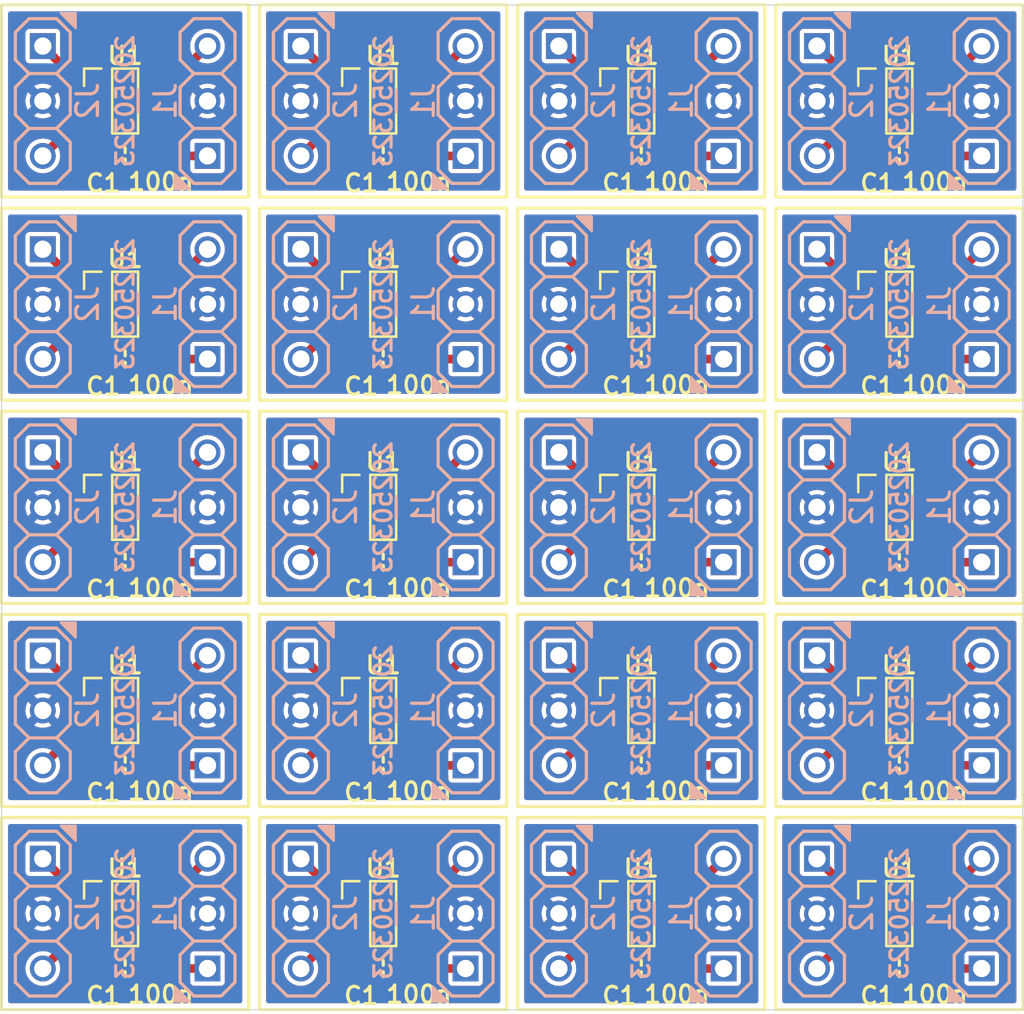
<source format=kicad_pcb>
(kicad_pcb (version 20240108) (generator "pcbnew") (generator_version "8.0")
  (layers (0 "F.Cu" mixed) (31 "B.Cu" mixed) (34 "B.Paste" user) (35 "F.Paste" user) (36 "B.SilkS" user "B.Silkscreen") (37 "F.SilkS" user "F.Silkscreen") (38 "B.Mask" user) (39 "F.Mask" user) (44 "Edge.Cuts" user))
  (net 0 "")
  (net 1 "Net-(J1-Pin_1)")
  (net 2 "GND")
  (net 3 "Net-(J1-Pin_3)")
  (net 4 "Net-(J2-Pin_3)")
  (net 5 "Net-(J2-Pin_1)")
  (footprint "SquantorCapacitor:C_0603" (layer "F.Cu") (at 140.716 75.438)
    (property "Reference" "C1")
    (property "Value" "100n")
  )
  (footprint "SquantorCapacitor:C_0603" (layer "F.Cu") (at 128.778 75.438)
    (property "Reference" "C1")
    (property "Value" "100n")
  )
  (footprint "SquantorIC:SOT25-diodesinc" (layer "F.Cu") (at 128.778 91.694)
    (property "Reference" "U1")
    (property "Value" "~")
  )
  (footprint "SquantorCapacitor:C_0603" (layer "F.Cu") (at 116.84 66.04)
    (property "Reference" "C1")
    (property "Value" "100n")
  )
  (footprint "SquantorIC:SOT25-diodesinc" (layer "F.Cu") (at 140.716 63.5)
    (property "Reference" "U1")
    (property "Value" "~")
  )
  (footprint "SquantorIC:SOT25-diodesinc" (layer "F.Cu") (at 128.778 82.296)
    (property "Reference" "U1")
    (property "Value" "~")
  )
  (footprint "SquantorCapacitor:C_0603" (layer "F.Cu") (at 128.778 66.04)
    (property "Reference" "C1")
    (property "Value" "100n")
  )
  (footprint "SquantorIC:SOT25-diodesinc" (layer "F.Cu") (at 140.716 72.898)
    (property "Reference" "U1")
    (property "Value" "~")
  )
  (footprint "SquantorIC:SOT25-diodesinc" (layer "F.Cu") (at 152.654 63.5)
    (property "Reference" "U1")
    (property "Value" "~")
  )
  (footprint "SquantorCapacitor:C_0603" (layer "F.Cu") (at 140.716 66.04)
    (property "Reference" "C1")
    (property "Value" "100n")
  )
  (footprint "SquantorIC:SOT25-diodesinc" (layer "F.Cu") (at 128.778 72.898)
    (property "Reference" "U1")
    (property "Value" "~")
  )
  (footprint "SquantorCapacitor:C_0603" (layer "F.Cu") (at 116.84 103.632)
    (property "Reference" "C1")
    (property "Value" "100n")
  )
  (footprint "SquantorCapacitor:C_0603" (layer "F.Cu") (at 152.654 103.632)
    (property "Reference" "C1")
    (property "Value" "100n")
  )
  (footprint "SquantorIC:SOT25-diodesinc" (layer "F.Cu") (at 140.716 91.694)
    (property "Reference" "U1")
    (property "Value" "~")
  )
  (footprint "SquantorIC:SOT25-diodesinc" (layer "F.Cu") (at 152.654 101.092)
    (property "Reference" "U1")
    (property "Value" "~")
  )
  (footprint "SquantorIC:SOT25-diodesinc" (layer "F.Cu") (at 128.778 101.092)
    (property "Reference" "U1")
    (property "Value" "~")
  )
  (footprint "SquantorCapacitor:C_0603" (layer "F.Cu") (at 152.654 75.438)
    (property "Reference" "C1")
    (property "Value" "100n")
  )
  (footprint "SquantorIC:SOT25-diodesinc" (layer "F.Cu") (at 116.84 72.898)
    (property "Reference" "U1")
    (property "Value" "~")
  )
  (footprint "SquantorCapacitor:C_0603" (layer "F.Cu") (at 116.84 94.234)
    (property "Reference" "C1")
    (property "Value" "100n")
  )
  (footprint "SquantorIC:SOT25-diodesinc" (layer "F.Cu") (at 116.84 91.694)
    (property "Reference" "U1")
    (property "Value" "~")
  )
  (footprint "SquantorCapacitor:C_0603" (layer "F.Cu") (at 128.778 84.836)
    (property "Reference" "C1")
    (property "Value" "100n")
  )
  (footprint "SquantorCapacitor:C_0603" (layer "F.Cu") (at 128.778 103.632)
    (property "Reference" "C1")
    (property "Value" "100n")
  )
  (footprint "SquantorIC:SOT25-diodesinc" (layer "F.Cu") (at 140.716 101.092)
    (property "Reference" "U1")
    (property "Value" "~")
  )
  (footprint "SquantorCapacitor:C_0603" (layer "F.Cu") (at 140.716 84.836)
    (property "Reference" "C1")
    (property "Value" "100n")
  )
  (footprint "SquantorCapacitor:C_0603" (layer "F.Cu") (at 128.778 94.234)
    (property "Reference" "C1")
    (property "Value" "100n")
  )
  (footprint "SquantorCapacitor:C_0603" (layer "F.Cu") (at 140.716 103.632)
    (property "Reference" "C1")
    (property "Value" "100n")
  )
  (footprint "SquantorIC:SOT25-diodesinc" (layer "F.Cu") (at 116.84 82.296)
    (property "Reference" "U1")
    (property "Value" "~")
  )
  (footprint "SquantorIC:SOT25-diodesinc" (layer "F.Cu") (at 140.716 82.296)
    (property "Reference" "U1")
    (property "Value" "~")
  )
  (footprint "SquantorCapacitor:C_0603" (layer "F.Cu") (at 140.716 94.234)
    (property "Reference" "C1")
    (property "Value" "100n")
  )
  (footprint "SquantorCapacitor:C_0603" (layer "F.Cu") (at 116.84 75.438)
    (property "Reference" "C1")
    (property "Value" "100n")
  )
  (footprint "SquantorIC:SOT25-diodesinc" (layer "F.Cu") (at 116.84 63.5)
    (property "Reference" "U1")
    (property "Value" "~")
  )
  (footprint "SquantorCapacitor:C_0603" (layer "F.Cu") (at 152.654 66.04)
    (property "Reference" "C1")
    (property "Value" "100n")
  )
  (footprint "SquantorCapacitor:C_0603" (layer "F.Cu") (at 152.654 84.836)
    (property "Reference" "C1")
    (property "Value" "100n")
  )
  (footprint "SquantorIC:SOT25-diodesinc" (layer "F.Cu") (at 152.654 72.898)
    (property "Reference" "U1")
    (property "Value" "~")
  )
  (footprint "SquantorCapacitor:C_0603" (layer "F.Cu") (at 152.654 94.234)
    (property "Reference" "C1")
    (property "Value" "100n")
  )
  (footprint "SquantorIC:SOT25-diodesinc" (layer "F.Cu") (at 152.654 82.296)
    (property "Reference" "U1")
    (property "Value" "~")
  )
  (footprint "SquantorCapacitor:C_0603" (layer "F.Cu") (at 116.84 84.836)
    (property "Reference" "C1")
    (property "Value" "100n")
  )
  (footprint "SquantorIC:SOT25-diodesinc" (layer "F.Cu") (at 128.778 63.5)
    (property "Reference" "U1")
    (property "Value" "~")
  )
  (footprint "SquantorIC:SOT25-diodesinc" (layer "F.Cu") (at 116.84 101.092)
    (property "Reference" "U1")
    (property "Value" "~")
  )
  (footprint "SquantorIC:SOT25-diodesinc" (layer "F.Cu") (at 152.654 91.694)
    (property "Reference" "U1")
    (property "Value" "~")
  )
  (footprint "SquantorLabels:Label_Generic" (layer "B.Cu") (at 116.84 63.5 -90)
    (property "Reference" "N1" (hide yes))
    (property "Value" "20250323")
  )
  (footprint "SquantorConnectors:Header-0254-1X03-H008" (layer "B.Cu") (at 156.464 101.092 90)
    (property "Reference" "J1")
    (property "Value" "Conn_01x03")
  )
  (footprint "SquantorLabels:Label_Generic" (layer "B.Cu") (at 128.778 101.092 -90)
    (property "Reference" "N1" (hide yes))
    (property "Value" "20250323")
  )
  (footprint "SquantorLabels:Label_Generic" (layer "B.Cu") (at 128.778 91.694 -90)
    (property "Reference" "N1" (hide yes))
    (property "Value" "20250323")
  )
  (footprint "SquantorConnectors:Header-0254-1X03-H008" (layer "B.Cu") (at 156.464 82.296 90)
    (property "Reference" "J1")
    (property "Value" "Conn_01x03")
  )
  (footprint "SquantorConnectors:Header-0254-1X03-H008" (layer "B.Cu") (at 144.526 91.694 90)
    (property "Reference" "J1")
    (property "Value" "Conn_01x03")
  )
  (footprint "SquantorLabels:Label_Generic" (layer "B.Cu") (at 140.716 63.5 -90)
    (property "Reference" "N1" (hide yes))
    (property "Value" "20250323")
  )
  (footprint "SquantorConnectors:Header-0254-1X03-H008" (layer "B.Cu") (at 148.844 91.694 -90)
    (property "Reference" "J2")
    (property "Value" "Conn_01x03")
  )
  (footprint "SquantorConnectors:Header-0254-1X03-H008" (layer "B.Cu") (at 113.03 82.296 -90)
    (property "Reference" "J2")
    (property "Value" "Conn_01x03")
  )
  (footprint "SquantorLabels:Label_Generic" (layer "B.Cu") (at 116.84 101.092 -90)
    (property "Reference" "N1" (hide yes))
    (property "Value" "20250323")
  )
  (footprint "SquantorConnectors:Header-0254-1X03-H008" (layer "B.Cu") (at 120.65 63.5 90)
    (property "Reference" "J1")
    (property "Value" "Conn_01x03")
  )
  (footprint "SquantorLabels:Label_Generic" (layer "B.Cu") (at 116.84 72.898 -90)
    (property "Reference" "N1" (hide yes))
    (property "Value" "20250323")
  )
  (footprint "SquantorConnectors:Header-0254-1X03-H008" (layer "B.Cu") (at 148.844 101.092 -90)
    (property "Reference" "J2")
    (property "Value" "Conn_01x03")
  )
  (footprint "SquantorConnectors:Header-0254-1X03-H008" (layer "B.Cu") (at 136.906 82.296 -90)
    (property "Reference" "J2")
    (property "Value" "Conn_01x03")
  )
  (footprint "SquantorLabels:Label_Generic" (layer "B.Cu") (at 140.716 91.694 -90)
    (property "Reference" "N1" (hide yes))
    (property "Value" "20250323")
  )
  (footprint "SquantorConnectors:Header-0254-1X03-H008" (layer "B.Cu") (at 148.844 72.898 -90)
    (property "Reference" "J2")
    (property "Value" "Conn_01x03")
  )
  (footprint "SquantorConnectors:Header-0254-1X03-H008" (layer "B.Cu") (at 156.464 72.898 90)
    (property "Reference" "J1")
    (property "Value" "Conn_01x03")
  )
  (footprint "SquantorLabels:Label_Generic" (layer "B.Cu") (at 140.716 72.898 -90)
    (property "Reference" "N1" (hide yes))
    (property "Value" "20250323")
  )
  (footprint "SquantorLabels:Label_Generic" (layer "B.Cu") (at 116.84 82.296 -90)
    (property "Reference" "N1" (hide yes))
    (property "Value" "20250323")
  )
  (footprint "SquantorConnectors:Header-0254-1X03-H008" (layer "B.Cu") (at 144.526 101.092 90)
    (property "Reference" "J1")
    (property "Value" "Conn_01x03")
  )
  (footprint "SquantorConnectors:Header-0254-1X03-H008" (layer "B.Cu") (at 144.526 72.898 90)
    (property "Reference" "J1")
    (property "Value" "Conn_01x03")
  )
  (footprint "SquantorLabels:Label_Generic" (layer "B.Cu") (at 152.654 63.5 -90)
    (property "Reference" "N1" (hide yes))
    (property "Value" "20250323")
  )
  (footprint "SquantorConnectors:Header-0254-1X03-H008" (layer "B.Cu") (at 144.526 63.5 90)
    (property "Reference" "J1")
    (property "Value" "Conn_01x03")
  )
  (footprint "SquantorConnectors:Header-0254-1X03-H008" (layer "B.Cu") (at 144.526 82.296 90)
    (property "Reference" "J1")
    (property "Value" "Conn_01x03")
  )
  (footprint "SquantorLabels:Label_Generic" (layer "B.Cu") (at 140.716 82.296 -90)
    (property "Reference" "N1" (hide yes))
    (property "Value" "20250323")
  )
  (footprint "SquantorLabels:Label_Generic" (layer "B.Cu") (at 152.654 72.898 -90)
    (property "Reference" "N1" (hide yes))
    (property "Value" "20250323")
  )
  (footprint "SquantorConnectors:Header-0254-1X03-H008" (layer "B.Cu") (at 132.588 82.296 90)
    (property "Reference" "J1")
    (property "Value" "Conn_01x03")
  )
  (footprint "SquantorConnectors:Header-0254-1X03-H008" (layer "B.Cu") (at 156.464 63.5 90)
    (property "Reference" "J1")
    (property "Value" "Conn_01x03")
  )
  (footprint "SquantorLabels:Label_Generic" (layer "B.Cu") (at 152.654 91.694 -90)
    (property "Reference" "N1" (hide yes))
    (property "Value" "20250323")
  )
  (footprint "SquantorConnectors:Header-0254-1X03-H008" (layer "B.Cu") (at 120.65 101.092 90)
    (property "Reference" "J1")
    (property "Value" "Conn_01x03")
  )
  (footprint "SquantorConnectors:Header-0254-1X03-H008" (layer "B.Cu") (at 120.65 91.694 90)
    (property "Reference" "J1")
    (property "Value" "Conn_01x03")
  )
  (footprint "SquantorLabels:Label_Generic" (layer "B.Cu") (at 152.654 82.296 -90)
    (property "Reference" "N1" (hide yes))
    (property "Value" "20250323")
  )
  (footprint "SquantorLabels:Label_Generic" (layer "B.Cu") (at 128.778 72.898 -90)
    (property "Reference" "N1" (hide yes))
    (property "Value" "20250323")
  )
  (footprint "SquantorConnectors:Header-0254-1X03-H008" (layer "B.Cu") (at 148.844 63.5 -90)
    (property "Reference" "J2")
    (property "Value" "Conn_01x03")
  )
  (footprint "SquantorConnectors:Header-0254-1X03-H008" (layer "B.Cu") (at 132.588 63.5 90)
    (property "Reference" "J1")
    (property "Value" "Conn_01x03")
  )
  (footprint "SquantorConnectors:Header-0254-1X03-H008" (layer "B.Cu") (at 136.906 91.694 -90)
    (property "Reference" "J2")
    (property "Value" "Conn_01x03")
  )
  (footprint "SquantorLabels:Label_Generic" (layer "B.Cu") (at 128.778 63.5 -90)
    (property "Reference" "N1" (hide yes))
    (property "Value" "20250323")
  )
  (footprint "SquantorConnectors:Header-0254-1X03-H008" (layer "B.Cu") (at 132.588 91.694 90)
    (property "Reference" "J1")
    (property "Value" "Conn_01x03")
  )
  (footprint "SquantorConnectors:Header-0254-1X03-H008" (layer "B.Cu") (at 120.65 72.898 90)
    (property "Reference" "J1")
    (property "Value" "Conn_01x03")
  )
  (footprint "SquantorConnectors:Header-0254-1X03-H008" (layer "B.Cu") (at 148.844 82.296 -90)
    (property "Reference" "J2")
    (property "Value" "Conn_01x03")
  )
  (footprint "SquantorLabels:Label_Generic" (layer "B.Cu") (at 140.716 101.092 -90)
    (property "Reference" "N1" (hide yes))
    (property "Value" "20250323")
  )
  (footprint "SquantorConnectors:Header-0254-1X03-H008" (layer "B.Cu") (at 132.588 101.092 90)
    (property "Reference" "J1")
    (property "Value" "Conn_01x03")
  )
  (footprint "SquantorConnectors:Header-0254-1X03-H008" (layer "B.Cu") (at 132.588 72.898 90)
    (property "Reference" "J1")
    (property "Value" "Conn_01x03")
  )
  (footprint "SquantorConnectors:Header-0254-1X03-H008" (layer "B.Cu") (at 156.464 91.694 90)
    (property "Reference" "J1")
    (property "Value" "Conn_01x03")
  )
  (footprint "SquantorConnectors:Header-0254-1X03-H008" (layer "B.Cu") (at 124.968 82.296 -90)
    (property "Reference" "J2")
    (property "Value" "Conn_01x03")
  )
  (footprint "SquantorLabels:Label_Generic" (layer "B.Cu") (at 128.778 82.296 -90)
    (property "Reference" "N1" (hide yes))
    (property "Value" "20250323")
  )
  (footprint "SquantorConnectors:Header-0254-1X03-H008" (layer "B.Cu") (at 113.03 101.092 -90)
    (property "Reference" "J2")
    (property "Value" "Conn_01x03")
  )
  (footprint "SquantorConnectors:Header-0254-1X03-H008" (layer "B.Cu") (at 124.968 91.694 -90)
    (property "Reference" "J2")
    (property "Value" "Conn_01x03")
  )
  (footprint "SquantorConnectors:Header-0254-1X03-H008" (layer "B.Cu") (at 136.906 72.898 -90)
    (property "Reference" "J2")
    (property "Value" "Conn_01x03")
  )
  (footprint "SquantorConnectors:Header-0254-1X03-H008" (layer "B.Cu") (at 113.03 63.5 -90)
    (property "Reference" "J2")
    (property "Value" "Conn_01x03")
  )
  (footprint "SquantorConnectors:Header-0254-1X03-H008" (layer "B.Cu") (at 113.03 91.694 -90)
    (property "Reference" "J2")
    (property "Value" "Conn_01x03")
  )
  (footprint "SquantorConnectors:Header-0254-1X03-H008" (layer "B.Cu") (at 124.968 72.898 -90)
    (property "Reference" "J2")
    (property "Value" "Conn_01x03")
  )
  (footprint "SquantorConnectors:Header-0254-1X03-H008" (layer "B.Cu") (at 136.906 63.5 -90)
    (property "Reference" "J2")
    (property "Value" "Conn_01x03")
  )
  (footprint "SquantorConnectors:Header-0254-1X03-H008" (layer "B.Cu") (at 124.968 63.5 -90)
    (property "Reference" "J2")
    (property "Value" "Conn_01x03")
  )
  (footprint "SquantorConnectors:Header-0254-1X03-H008" (layer "B.Cu") (at 136.906 101.092 -90)
    (property "Reference" "J2")
    (property "Value" "Conn_01x03")
  )
  (footprint "SquantorLabels:Label_Generic" (layer "B.Cu") (at 152.654 101.092 -90)
    (property "Reference" "N1" (hide yes))
    (property "Value" "20250323")
  )
  (footprint "SquantorLabels:Label_Generic" (layer "B.Cu") (at 116.84 91.694 -90)
    (property "Reference" "N1" (hide yes))
    (property "Value" "20250323")
  )
  (footprint "SquantorConnectors:Header-0254-1X03-H008" (layer "B.Cu") (at 113.03 72.898 -90)
    (property "Reference" "J2")
    (property "Value" "Conn_01x03")
  )
  (footprint "SquantorConnectors:Header-0254-1X03-H008" (layer "B.Cu") (at 120.65 82.296 90)
    (property "Reference" "J1")
    (property "Value" "Conn_01x03")
  )
  (footprint "SquantorConnectors:Header-0254-1X03-H008" (layer "B.Cu") (at 124.968 101.092 -90)
    (property "Reference" "J2")
    (property "Value" "Conn_01x03")
  )
  (gr_line (start 146.939 87.249) (end 158.369 87.249) (stroke (width 0.15)) (layer "F.SilkS"))
  (gr_line (start 111.125 68.453) (end 122.555 68.453) (stroke (width 0.15)) (layer "F.SilkS"))
  (gr_line (start 158.369 86.741) (end 146.939 86.741) (stroke (width 0.15)) (layer "F.SilkS"))
  (gr_line (start 111.125 96.647) (end 122.555 96.647) (stroke (width 0.15)) (layer "F.SilkS"))
  (gr_line (start 146.939 105.537) (end 146.939 96.647) (stroke (width 0.15)) (layer "F.SilkS"))
  (gr_line (start 111.125 96.139) (end 111.125 87.249) (stroke (width 0.15)) (layer "F.SilkS"))
  (gr_line (start 134.493 96.647) (end 134.493 105.537) (stroke (width 0.15)) (layer "F.SilkS"))
  (gr_line (start 134.493 77.851) (end 134.493 86.741) (stroke (width 0.15)) (layer "F.SilkS"))
  (gr_line (start 158.369 96.139) (end 146.939 96.139) (stroke (width 0.15)) (layer "F.SilkS"))
  (gr_line (start 123.063 68.453) (end 134.493 68.453) (stroke (width 0.15)) (layer "F.SilkS"))
  (gr_line (start 134.493 77.343) (end 123.063 77.343) (stroke (width 0.15)) (layer "F.SilkS"))
  (gr_line (start 134.493 59.055) (end 134.493 67.945) (stroke (width 0.15)) (layer "F.SilkS"))
  (gr_line (start 146.431 77.343) (end 135.001 77.343) (stroke (width 0.15)) (layer "F.SilkS"))
  (gr_line (start 135.001 87.249) (end 146.431 87.249) (stroke (width 0.15)) (layer "F.SilkS"))
  (gr_line (start 146.939 96.139) (end 146.939 87.249) (stroke (width 0.15)) (layer "F.SilkS"))
  (gr_line (start 158.369 105.537) (end 146.939 105.537) (stroke (width 0.15)) (layer "F.SilkS"))
  (gr_line (start 122.555 87.249) (end 122.555 96.139) (stroke (width 0.15)) (layer "F.SilkS"))
  (gr_line (start 135.001 67.945) (end 135.001 59.055) (stroke (width 0.15)) (layer "F.SilkS"))
  (gr_line (start 146.431 68.453) (end 146.431 77.343) (stroke (width 0.15)) (layer "F.SilkS"))
  (gr_line (start 158.369 59.055) (end 158.369 67.945) (stroke (width 0.15)) (layer "F.SilkS"))
  (gr_line (start 123.063 77.343) (end 123.063 68.453) (stroke (width 0.15)) (layer "F.SilkS"))
  (gr_line (start 146.431 87.249) (end 146.431 96.139) (stroke (width 0.15)) (layer "F.SilkS"))
  (gr_line (start 123.063 105.537) (end 123.063 96.647) (stroke (width 0.15)) (layer "F.SilkS"))
  (gr_line (start 135.001 96.647) (end 146.431 96.647) (stroke (width 0.15)) (layer "F.SilkS"))
  (gr_line (start 146.939 68.453) (end 158.369 68.453) (stroke (width 0.15)) (layer "F.SilkS"))
  (gr_line (start 123.063 59.055) (end 134.493 59.055) (stroke (width 0.15)) (layer "F.SilkS"))
  (gr_line (start 158.369 67.945) (end 146.939 67.945) (stroke (width 0.15)) (layer "F.SilkS"))
  (gr_line (start 111.125 86.741) (end 111.125 77.851) (stroke (width 0.15)) (layer "F.SilkS"))
  (gr_line (start 122.555 77.851) (end 122.555 86.741) (stroke (width 0.15)) (layer "F.SilkS"))
  (gr_line (start 122.555 86.741) (end 111.125 86.741) (stroke (width 0.15)) (layer "F.SilkS"))
  (gr_line (start 146.939 96.647) (end 158.369 96.647) (stroke (width 0.15)) (layer "F.SilkS"))
  (gr_line (start 146.431 96.139) (end 135.001 96.139) (stroke (width 0.15)) (layer "F.SilkS"))
  (gr_line (start 123.063 87.249) (end 134.493 87.249) (stroke (width 0.15)) (layer "F.SilkS"))
  (gr_line (start 146.431 77.851) (end 146.431 86.741) (stroke (width 0.15)) (layer "F.SilkS"))
  (gr_line (start 134.493 96.139) (end 123.063 96.139) (stroke (width 0.15)) (layer "F.SilkS"))
  (gr_line (start 158.369 68.453) (end 158.369 77.343) (stroke (width 0.15)) (layer "F.SilkS"))
  (gr_line (start 158.369 77.343) (end 146.939 77.343) (stroke (width 0.15)) (layer "F.SilkS"))
  (gr_line (start 134.493 105.537) (end 123.063 105.537) (stroke (width 0.15)) (layer "F.SilkS"))
  (gr_line (start 146.431 67.945) (end 135.001 67.945) (stroke (width 0.15)) (layer "F.SilkS"))
  (gr_line (start 111.125 77.851) (end 122.555 77.851) (stroke (width 0.15)) (layer "F.SilkS"))
  (gr_line (start 135.001 86.741) (end 135.001 77.851) (stroke (width 0.15)) (layer "F.SilkS"))
  (gr_line (start 111.125 77.343) (end 111.125 68.453) (stroke (width 0.15)) (layer "F.SilkS"))
  (gr_line (start 134.493 86.741) (end 123.063 86.741) (stroke (width 0.15)) (layer "F.SilkS"))
  (gr_line (start 122.555 96.139) (end 111.125 96.139) (stroke (width 0.15)) (layer "F.SilkS"))
  (gr_line (start 135.001 96.139) (end 135.001 87.249) (stroke (width 0.15)) (layer "F.SilkS"))
  (gr_line (start 122.555 105.537) (end 111.125 105.537) (stroke (width 0.15)) (layer "F.SilkS"))
  (gr_line (start 122.555 96.647) (end 122.555 105.537) (stroke (width 0.15)) (layer "F.SilkS"))
  (gr_line (start 158.369 77.851) (end 158.369 86.741) (stroke (width 0.15)) (layer "F.SilkS"))
  (gr_line (start 146.431 59.055) (end 146.431 67.945) (stroke (width 0.15)) (layer "F.SilkS"))
  (gr_line (start 146.939 86.741) (end 146.939 77.851) (stroke (width 0.15)) (layer "F.SilkS"))
  (gr_line (start 146.939 77.851) (end 158.369 77.851) (stroke (width 0.15)) (layer "F.SilkS"))
  (gr_line (start 111.125 59.055) (end 122.555 59.055) (stroke (width 0.15)) (layer "F.SilkS"))
  (gr_line (start 123.063 86.741) (end 123.063 77.851) (stroke (width 0.15)) (layer "F.SilkS"))
  (gr_line (start 134.493 67.945) (end 123.063 67.945) (stroke (width 0.15)) (layer "F.SilkS"))
  (gr_line (start 123.063 96.139) (end 123.063 87.249) (stroke (width 0.15)) (layer "F.SilkS"))
  (gr_line (start 146.939 59.055) (end 158.369 59.055) (stroke (width 0.15)) (layer "F.SilkS"))
  (gr_line (start 135.001 68.453) (end 146.431 68.453) (stroke (width 0.15)) (layer "F.SilkS"))
  (gr_line (start 111.125 105.537) (end 111.125 96.647) (stroke (width 0.15)) (layer "F.SilkS"))
  (gr_line (start 111.125 87.249) (end 122.555 87.249) (stroke (width 0.15)) (layer "F.SilkS"))
  (gr_line (start 123.063 67.945) (end 123.063 59.055) (stroke (width 0.15)) (layer "F.SilkS"))
  (gr_line (start 134.493 87.249) (end 134.493 96.139) (stroke (width 0.15)) (layer "F.SilkS"))
  (gr_line (start 134.493 68.453) (end 134.493 77.343) (stroke (width 0.15)) (layer "F.SilkS"))
  (gr_line (start 122.555 67.945) (end 111.125 67.945) (stroke (width 0.15)) (layer "F.SilkS"))
  (gr_line (start 122.555 59.055) (end 122.555 67.945) (stroke (width 0.15)) (layer "F.SilkS"))
  (gr_line (start 146.431 105.537) (end 135.001 105.537) (stroke (width 0.15)) (layer "F.SilkS"))
  (gr_line (start 135.001 77.851) (end 146.431 77.851) (stroke (width 0.15)) (layer "F.SilkS"))
  (gr_line (start 158.369 96.647) (end 158.369 105.537) (stroke (width 0.15)) (layer "F.SilkS"))
  (gr_line (start 146.431 86.741) (end 135.001 86.741) (stroke (width 0.15)) (layer "F.SilkS"))
  (gr_line (start 123.063 96.647) (end 134.493 96.647) (stroke (width 0.15)) (layer "F.SilkS"))
  (gr_line (start 122.555 68.453) (end 122.555 77.343) (stroke (width 0.15)) (layer "F.SilkS"))
  (gr_line (start 146.939 67.945) (end 146.939 59.055) (stroke (width 0.15)) (layer "F.SilkS"))
  (gr_line (start 135.001 59.055) (end 146.431 59.055) (stroke (width 0.15)) (layer "F.SilkS"))
  (gr_line (start 135.001 105.537) (end 135.001 96.647) (stroke (width 0.15)) (layer "F.SilkS"))
  (gr_line (start 111.125 67.945) (end 111.125 59.055) (stroke (width 0.15)) (layer "F.SilkS"))
  (gr_line (start 135.001 77.343) (end 135.001 68.453) (stroke (width 0.15)) (layer "F.SilkS"))
  (gr_line (start 146.431 96.647) (end 146.431 105.537) (stroke (width 0.15)) (layer "F.SilkS"))
  (gr_line (start 146.939 77.343) (end 146.939 68.453) (stroke (width 0.15)) (layer "F.SilkS"))
  (gr_line (start 123.063 77.851) (end 134.493 77.851) (stroke (width 0.15)) (layer "F.SilkS"))
  (gr_line (start 122.555 77.343) (end 111.125 77.343) (stroke (width 0.15)) (layer "F.SilkS"))
  (gr_line (start 158.369 87.249) (end 158.369 96.139) (stroke (width 0.15)) (layer "F.SilkS"))
  (gr_line (start 111.125 59.055) (end 158.369 59.055) (stroke (width 0.05)) (layer "Edge.Cuts"))
  (gr_line (start 158.369 105.537) (end 111.125 105.537) (stroke (width 0.05)) (layer "Edge.Cuts"))
  (gr_line (start 111.125 105.537) (end 111.125 59.055) (stroke (width 0.05)) (layer "Edge.Cuts"))
  (gr_line (start 158.369 59.055) (end 158.369 105.537) (stroke (width 0.05)) (layer "Edge.Cuts"))
  (segment (start 129.978 74.358) (end 129.528 74.808) (width 0.4) (layer "F.Cu") (net 1))
  (segment (start 156.464 94.234) (end 153.404 94.234) (width 0.4) (layer "F.Cu") (net 1))
  (segment (start 118.04 64.45) (end 118.04 64.96) (width 0.4) (layer "F.Cu") (net 1))
  (segment (start 129.978 102.552) (end 129.528 103.002) (width 0.4) (layer "F.Cu") (net 1))
  (segment (start 118.04 83.756) (end 117.59 84.206) (width 0.4) (layer "F.Cu") (net 1))
  (segment (start 144.526 103.632) (end 141.466 103.632) (width 0.4) (layer "F.Cu") (net 1))
  (segment (start 129.528 93.604) (end 129.528 94.234) (width 0.4) (layer "F.Cu") (net 1))
  (segment (start 153.854 64.96) (end 153.404 65.41) (width 0.4) (layer "F.Cu") (net 1))
  (segment (start 118.04 92.644) (end 118.04 93.154) (width 0.4) (layer "F.Cu") (net 1))
  (segment (start 117.59 103.002) (end 117.59 103.632) (width 0.4) (layer "F.Cu") (net 1))
  (segment (start 132.588 75.438) (end 129.528 75.438) (width 0.4) (layer "F.Cu") (net 1))
  (segment (start 141.916 102.552) (end 141.466 103.002) (width 0.4) (layer "F.Cu") (net 1))
  (segment (start 156.464 103.632) (end 153.404 103.632) (width 0.4) (layer "F.Cu") (net 1))
  (segment (start 118.04 93.154) (end 117.59 93.604) (width 0.4) (layer "F.Cu") (net 1))
  (segment (start 129.978 64.45) (end 129.978 64.96) (width 0.4) (layer "F.Cu") (net 1))
  (segment (start 156.464 66.04) (end 153.404 66.04) (width 0.4) (layer "F.Cu") (net 1))
  (segment (start 141.916 83.756) (end 141.466 84.206) (width 0.4) (layer "F.Cu") (net 1))
  (segment (start 153.404 93.604) (end 153.404 94.234) (width 0.4) (layer "F.Cu") (net 1))
  (segment (start 120.65 66.04) (end 117.59 66.04) (width 0.4) (layer "F.Cu") (net 1))
  (segment (start 153.854 93.154) (end 153.404 93.604) (width 0.4) (layer "F.Cu") (net 1))
  (segment (start 144.526 66.04) (end 141.466 66.04) (width 0.4) (layer "F.Cu") (net 1))
  (segment (start 141.916 93.154) (end 141.466 93.604) (width 0.4) (layer "F.Cu") (net 1))
  (segment (start 153.404 65.41) (end 153.404 66.04) (width 0.4) (layer "F.Cu") (net 1))
  (segment (start 132.588 66.04) (end 129.528 66.04) (width 0.4) (layer "F.Cu") (net 1))
  (segment (start 153.854 83.756) (end 153.404 84.206) (width 0.4) (layer "F.Cu") (net 1))
  (segment (start 120.65 94.234) (end 117.59 94.234) (width 0.4) (layer "F.Cu") (net 1))
  (segment (start 144.526 75.438) (end 141.466 75.438) (width 0.4) (layer "F.Cu") (net 1))
  (segment (start 117.59 65.41) (end 117.59 66.04) (width 0.4) (layer "F.Cu") (net 1))
  (segment (start 141.916 64.45) (end 141.916 64.96) (width 0.4) (layer "F.Cu") (net 1))
  (segment (start 129.528 65.41) (end 129.528 66.04) (width 0.4) (layer "F.Cu") (net 1))
  (segment (start 153.854 74.358) (end 153.404 74.808) (width 0.4) (layer "F.Cu") (net 1))
  (segment (start 141.916 83.246) (end 141.916 83.756) (width 0.4) (layer "F.Cu") (net 1))
  (segment (start 132.588 103.632) (end 129.528 103.632) (width 0.4) (layer "F.Cu") (net 1))
  (segment (start 120.65 75.438) (end 117.59 75.438) (width 0.4) (layer "F.Cu") (net 1))
  (segment (start 153.854 83.246) (end 153.854 83.756) (width 0.4) (layer "F.Cu") (net 1))
  (segment (start 129.978 83.246) (end 129.978 83.756) (width 0.4) (layer "F.Cu") (net 1))
  (segment (start 118.04 74.358) (end 117.59 74.808) (width 0.4) (layer "F.Cu") (net 1))
  (segment (start 117.59 93.604) (end 117.59 94.234) (width 0.4) (layer "F.Cu") (net 1))
  (segment (start 118.04 83.246) (end 118.04 83.756) (width 0.4) (layer "F.Cu") (net 1))
  (segment (start 141.916 102.042) (end 141.916 102.552) (width 0.4) (layer "F.Cu") (net 1))
  (segment (start 132.588 84.836) (end 129.528 84.836) (width 0.4) (layer "F.Cu") (net 1))
  (segment (start 129.528 84.206) (end 129.528 84.836) (width 0.4) (layer "F.Cu") (net 1))
  (segment (start 141.916 73.848) (end 141.916 74.358) (width 0.4) (layer "F.Cu") (net 1))
  (segment (start 141.466 74.808) (end 141.466 75.438) (width 0.4) (layer "F.Cu") (net 1))
  (segment (start 129.978 83.756) (end 129.528 84.206) (width 0.4) (layer "F.Cu") (net 1))
  (segment (start 153.854 64.45) (end 153.854 64.96) (width 0.4) (layer "F.Cu") (net 1))
  (segment (start 129.978 64.96) (end 129.528 65.41) (width 0.4) (layer "F.Cu") (net 1))
  (segment (start 129.528 103.002) (end 129.528 103.632) (width 0.4) (layer "F.Cu") (net 1))
  (segment (start 144.526 94.234) (end 141.466 94.234) (width 0.4) (layer "F.Cu") (net 1))
  (segment (start 141.466 84.206) (end 141.466 84.836) (width 0.4) (layer "F.Cu") (net 1))
  (segment (start 156.464 75.438) (end 153.404 75.438) (width 0.4) (layer "F.Cu") (net 1))
  (segment (start 129.528 74.808) (end 129.528 75.438) (width 0.4) (layer "F.Cu") (net 1))
  (segment (start 153.404 84.206) (end 153.404 84.836) (width 0.4) (layer "F.Cu") (net 1))
  (segment (start 153.854 102.552) (end 153.404 103.002) (width 0.4) (layer "F.Cu") (net 1))
  (segment (start 141.466 103.002) (end 141.466 103.632) (width 0.4) (layer "F.Cu") (net 1))
  (segment (start 132.588 94.234) (end 129.528 94.234) (width 0.4) (layer "F.Cu") (net 1))
  (segment (start 144.526 84.836) (end 141.466 84.836) (width 0.4) (layer "F.Cu") (net 1))
  (segment (start 118.04 73.848) (end 118.04 74.358) (width 0.4) (layer "F.Cu") (net 1))
  (segment (start 129.978 93.154) (end 129.528 93.604) (width 0.4) (layer "F.Cu") (net 1))
  (segment (start 153.404 74.808) (end 153.404 75.438) (width 0.4) (layer "F.Cu") (net 1))
  (segment (start 141.466 65.41) (end 141.466 66.04) (width 0.4) (layer "F.Cu") (net 1))
  (segment (start 129.978 92.644) (end 129.978 93.154) (width 0.4) (layer "F.Cu") (net 1))
  (segment (start 129.978 73.848) (end 129.978 74.358) (width 0.4) (layer "F.Cu") (net 1))
  (segment (start 141.466 93.604) (end 141.466 94.234) (width 0.4) (layer "F.Cu") (net 1))
  (segment (start 120.65 84.836) (end 117.59 84.836) (width 0.4) (layer "F.Cu") (net 1))
  (segment (start 117.59 84.206) (end 117.59 84.836) (width 0.4) (layer "F.Cu") (net 1))
  (segment (start 153.854 73.848) (end 153.854 74.358) (width 0.4) (layer "F.Cu") (net 1))
  (segment (start 129.978 102.042) (end 129.978 102.552) (width 0.4) (layer "F.Cu") (net 1))
  (segment (start 141.916 74.358) (end 141.466 74.808) (width 0.4) (layer "F.Cu") (net 1))
  (segment (start 153.404 103.002) (end 153.404 103.632) (width 0.4) (layer "F.Cu") (net 1))
  (segment (start 153.854 102.042) (end 153.854 102.552) (width 0.4) (layer "F.Cu") (net 1))
  (segment (start 117.59 74.808) (end 117.59 75.438) (width 0.4) (layer "F.Cu") (net 1))
  (segment (start 118.04 64.96) (end 117.59 65.41) (width 0.4) (layer "F.Cu") (net 1))
  (segment (start 156.464 84.836) (end 153.404 84.836) (width 0.4) (layer "F.Cu") (net 1))
  (segment (start 118.04 102.552) (end 117.59 103.002) (width 0.4) (layer "F.Cu") (net 1))
  (segment (start 141.916 92.644) (end 141.916 93.154) (width 0.4) (layer "F.Cu") (net 1))
  (segment (start 118.04 102.042) (end 118.04 102.552) (width 0.4) (layer "F.Cu") (net 1))
  (segment (start 141.916 64.96) (end 141.466 65.41) (width 0.4) (layer "F.Cu") (net 1))
  (segment (start 153.854 92.644) (end 153.854 93.154) (width 0.4) (layer "F.Cu") (net 1))
  (segment (start 120.65 103.632) (end 117.59 103.632) (width 0.4) (layer "F.Cu") (net 1))
  (segment (start 154.874 100.142) (end 156.464 98.552) (width 0.4) (layer "F.Cu") (net 3))
  (segment (start 119.06 81.346) (end 120.65 79.756) (width 0.4) (layer "F.Cu") (net 3))
  (segment (start 130.998 81.346) (end 132.588 79.756) (width 0.4) (layer "F.Cu") (net 3))
  (segment (start 154.874 62.55) (end 156.464 60.96) (width 0.4) (layer "F.Cu") (net 3))
  (segment (start 130.998 100.142) (end 132.588 98.552) (width 0.4) (layer "F.Cu") (net 3))
  (segment (start 153.854 90.744) (end 154.874 90.744) (width 0.4) (layer "F.Cu") (net 3))
  (segment (start 119.06 71.948) (end 120.65 70.358) (width 0.4) (layer "F.Cu") (net 3))
  (segment (start 118.04 100.142) (end 119.06 100.142) (width 0.4) (layer "F.Cu") (net 3))
  (segment (start 153.854 62.55) (end 154.874 62.55) (width 0.4) (layer "F.Cu") (net 3))
  (segment (start 118.04 81.346) (end 119.06 81.346) (width 0.4) (layer "F.Cu") (net 3))
  (segment (start 130.998 90.744) (end 132.588 89.154) (width 0.4) (layer "F.Cu") (net 3))
  (segment (start 142.936 100.142) (end 144.526 98.552) (width 0.4) (layer "F.Cu") (net 3))
  (segment (start 154.874 81.346) (end 156.464 79.756) (width 0.4) (layer "F.Cu") (net 3))
  (segment (start 129.978 81.346) (end 130.998 81.346) (width 0.4) (layer "F.Cu") (net 3))
  (segment (start 142.936 90.744) (end 144.526 89.154) (width 0.4) (layer "F.Cu") (net 3))
  (segment (start 130.998 71.948) (end 132.588 70.358) (width 0.4) (layer "F.Cu") (net 3))
  (segment (start 154.874 71.948) (end 156.464 70.358) (width 0.4) (layer "F.Cu") (net 3))
  (segment (start 141.916 62.55) (end 142.936 62.55) (width 0.4) (layer "F.Cu") (net 3))
  (segment (start 141.916 81.346) (end 142.936 81.346) (width 0.4) (layer "F.Cu") (net 3))
  (segment (start 153.854 71.948) (end 154.874 71.948) (width 0.4) (layer "F.Cu") (net 3))
  (segment (start 118.04 62.55) (end 119.06 62.55) (width 0.4) (layer "F.Cu") (net 3))
  (segment (start 129.978 90.744) (end 130.998 90.744) (width 0.4) (layer "F.Cu") (net 3))
  (segment (start 141.916 71.948) (end 142.936 71.948) (width 0.4) (layer "F.Cu") (net 3))
  (segment (start 129.978 71.948) (end 130.998 71.948) (width 0.4) (layer "F.Cu") (net 3))
  (segment (start 141.916 90.744) (end 142.936 90.744) (width 0.4) (layer "F.Cu") (net 3))
  (segment (start 142.936 81.346) (end 144.526 79.756) (width 0.4) (layer "F.Cu") (net 3))
  (segment (start 119.06 62.55) (end 120.65 60.96) (width 0.4) (layer "F.Cu") (net 3))
  (segment (start 142.936 71.948) (end 144.526 70.358) (width 0.4) (layer "F.Cu") (net 3))
  (segment (start 141.916 100.142) (end 142.936 100.142) (width 0.4) (layer "F.Cu") (net 3))
  (segment (start 118.04 90.744) (end 119.06 90.744) (width 0.4) (layer "F.Cu") (net 3))
  (segment (start 153.854 81.346) (end 154.874 81.346) (width 0.4) (layer "F.Cu") (net 3))
  (segment (start 118.04 71.948) (end 119.06 71.948) (width 0.4) (layer "F.Cu") (net 3))
  (segment (start 142.936 62.55) (end 144.526 60.96) (width 0.4) (layer "F.Cu") (net 3))
  (segment (start 119.06 100.142) (end 120.65 98.552) (width 0.4) (layer "F.Cu") (net 3))
  (segment (start 129.978 100.142) (end 130.998 100.142) (width 0.4) (layer "F.Cu") (net 3))
  (segment (start 153.854 100.142) (end 154.874 100.142) (width 0.4) (layer "F.Cu") (net 3))
  (segment (start 119.06 90.744) (end 120.65 89.154) (width 0.4) (layer "F.Cu") (net 3))
  (segment (start 154.874 90.744) (end 156.464 89.154) (width 0.4) (layer "F.Cu") (net 3))
  (segment (start 129.978 62.55) (end 130.998 62.55) (width 0.4) (layer "F.Cu") (net 3))
  (segment (start 130.998 62.55) (end 132.588 60.96) (width 0.4) (layer "F.Cu") (net 3))
  (segment (start 151.454 73.848) (end 150.434 73.848) (width 0.4) (layer "F.Cu") (net 4))
  (segment (start 127.578 102.042) (end 126.558 102.042) (width 0.4) (layer "F.Cu") (net 4))
  (segment (start 139.516 102.042) (end 138.496 102.042) (width 0.4) (layer "F.Cu") (net 4))
  (segment (start 115.64 92.644) (end 114.62 92.644) (width 0.4) (layer "F.Cu") (net 4))
  (segment (start 115.64 73.848) (end 114.62 73.848) (width 0.4) (layer "F.Cu") (net 4))
  (segment (start 127.578 73.848) (end 126.558 73.848) (width 0.4) (layer "F.Cu") (net 4))
  (segment (start 114.62 83.246) (end 113.03 84.836) (width 0.4) (layer "F.Cu") (net 4))
  (segment (start 115.64 83.246) (end 114.62 83.246) (width 0.4) (layer "F.Cu") (net 4))
  (segment (start 126.558 83.246) (end 124.968 84.836) (width 0.4) (layer "F.Cu") (net 4))
  (segment (start 150.434 92.644) (end 148.844 94.234) (width 0.4) (layer "F.Cu") (net 4))
  (segment (start 138.496 83.246) (end 136.906 84.836) (width 0.4) (layer "F.Cu") (net 4))
  (segment (start 114.62 73.848) (end 113.03 75.438) (width 0.4) (layer "F.Cu") (net 4))
  (segment (start 126.558 92.644) (end 124.968 94.234) (width 0.4) (layer "F.Cu") (net 4))
  (segment (start 126.558 73.848) (end 124.968 75.438) (width 0.4) (layer "F.Cu") (net 4))
  (segment (start 138.496 102.042) (end 136.906 103.632) (width 0.4) (layer "F.Cu") (net 4))
  (segment (start 151.454 102.042) (end 150.434 102.042) (width 0.4) (layer "F.Cu") (net 4))
  (segment (start 139.516 73.848) (end 138.496 73.848) (width 0.4) (layer "F.Cu") (net 4))
  (segment (start 138.496 64.45) (end 136.906 66.04) (width 0.4) (layer "F.Cu") (net 4))
  (segment (start 150.434 73.848) (end 148.844 75.438) (width 0.4) (layer "F.Cu") (net 4))
  (segment (start 151.454 83.246) (end 150.434 83.246) (width 0.4) (layer "F.Cu") (net 4))
  (segment (start 150.434 64.45) (end 148.844 66.04) (width 0.4) (layer "F.Cu") (net 4))
  (segment (start 139.516 92.644) (end 138.496 92.644) (width 0.4) (layer "F.Cu") (net 4))
  (segment (start 138.496 73.848) (end 136.906 75.438) (width 0.4) (layer "F.Cu") (net 4))
  (segment (start 114.62 102.042) (end 113.03 103.632) (width 0.4) (layer "F.Cu") (net 4))
  (segment (start 114.62 64.45) (end 113.03 66.04) (width 0.4) (layer "F.Cu") (net 4))
  (segment (start 150.434 102.042) (end 148.844 103.632) (width 0.4) (layer "F.Cu") (net 4))
  (segment (start 127.578 64.45) (end 126.558 64.45) (width 0.4) (layer "F.Cu") (net 4))
  (segment (start 126.558 102.042) (end 124.968 103.632) (width 0.4) (layer "F.Cu") (net 4))
  (segment (start 126.558 64.45) (end 124.968 66.04) (width 0.4) (layer "F.Cu") (net 4))
  (segment (start 127.578 92.644) (end 126.558 92.644) (width 0.4) (layer "F.Cu") (net 4))
  (segment (start 150.434 83.246) (end 148.844 84.836) (width 0.4) (layer "F.Cu") (net 4))
  (segment (start 115.64 102.042) (end 114.62 102.042) (width 0.4) (layer "F.Cu") (net 4))
  (segment (start 139.516 83.246) (end 138.496 83.246) (width 0.4) (layer "F.Cu") (net 4))
  (segment (start 114.62 92.644) (end 113.03 94.234) (width 0.4) (layer "F.Cu") (net 4))
  (segment (start 139.516 64.45) (end 138.496 64.45) (width 0.4) (layer "F.Cu") (net 4))
  (segment (start 115.64 64.45) (end 114.62 64.45) (width 0.4) (layer "F.Cu") (net 4))
  (segment (start 138.496 92.644) (end 136.906 94.234) (width 0.4) (layer "F.Cu") (net 4))
  (segment (start 151.454 92.644) (end 150.434 92.644) (width 0.4) (layer "F.Cu") (net 4))
  (segment (start 151.454 64.45) (end 150.434 64.45) (width 0.4) (layer "F.Cu") (net 4))
  (segment (start 127.578 83.246) (end 126.558 83.246) (width 0.4) (layer "F.Cu") (net 4))
  (segment (start 138.496 90.744) (end 136.906 89.154) (width 0.4) (layer "F.Cu") (net 5))
  (segment (start 115.64 81.346) (end 114.62 81.346) (width 0.4) (layer "F.Cu") (net 5))
  (segment (start 127.578 71.948) (end 126.558 71.948) (width 0.4) (layer "F.Cu") (net 5))
  (segment (start 151.454 62.55) (end 150.434 62.55) (width 0.4) (layer "F.Cu") (net 5))
  (segment (start 150.434 62.55) (end 148.844 60.96) (width 0.4) (layer "F.Cu") (net 5))
  (segment (start 151.454 90.744) (end 150.434 90.744) (width 0.4) (layer "F.Cu") (net 5))
  (segment (start 127.578 100.142) (end 126.558 100.142) (width 0.4) (layer "F.Cu") (net 5))
  (segment (start 127.578 62.55) (end 126.558 62.55) (width 0.4) (layer "F.Cu") (net 5))
  (segment (start 126.558 90.744) (end 124.968 89.154) (width 0.4) (layer "F.Cu") (net 5))
  (segment (start 150.434 100.142) (end 148.844 98.552) (width 0.4) (layer "F.Cu") (net 5))
  (segment (start 138.496 71.948) (end 136.906 70.358) (width 0.4) (layer "F.Cu") (net 5))
  (segment (start 150.434 71.948) (end 148.844 70.358) (width 0.4) (layer "F.Cu") (net 5))
  (segment (start 138.496 62.55) (end 136.906 60.96) (width 0.4) (layer "F.Cu") (net 5))
  (segment (start 115.64 100.142) (end 114.62 100.142) (width 0.4) (layer "F.Cu") (net 5))
  (segment (start 139.516 90.744) (end 138.496 90.744) (width 0.4) (layer "F.Cu") (net 5))
  (segment (start 127.578 81.346) (end 126.558 81.346) (width 0.4) (layer "F.Cu") (net 5))
  (segment (start 114.62 62.55) (end 113.03 60.96) (width 0.4) (layer "F.Cu") (net 5))
  (segment (start 139.516 100.142) (end 138.496 100.142) (width 0.4) (layer "F.Cu") (net 5))
  (segment (start 126.558 62.55) (end 124.968 60.96) (width 0.4) (layer "F.Cu") (net 5))
  (segment (start 114.62 71.948) (end 113.03 70.358) (width 0.4) (layer "F.Cu") (net 5))
  (segment (start 151.454 81.346) (end 150.434 81.346) (width 0.4) (layer "F.Cu") (net 5))
  (segment (start 138.496 81.346) (end 136.906 79.756) (width 0.4) (layer "F.Cu") (net 5))
  (segment (start 126.558 100.142) (end 124.968 98.552) (width 0.4) (layer "F.Cu") (net 5))
  (segment (start 139.516 81.346) (end 138.496 81.346) (width 0.4) (layer "F.Cu") (net 5))
  (segment (start 126.558 81.346) (end 124.968 79.756) (width 0.4) (layer "F.Cu") (net 5))
  (segment (start 151.454 71.948) (end 150.434 71.948) (width 0.4) (layer "F.Cu") (net 5))
  (segment (start 115.64 90.744) (end 114.62 90.744) (width 0.4) (layer "F.Cu") (net 5))
  (segment (start 115.64 71.948) (end 114.62 71.948) (width 0.4) (layer "F.Cu") (net 5))
  (segment (start 139.516 62.55) (end 138.496 62.55) (width 0.4) (layer "F.Cu") (net 5))
  (segment (start 114.62 100.142) (end 113.03 98.552) (width 0.4) (layer "F.Cu") (net 5))
  (segment (start 138.496 100.142) (end 136.906 98.552) (width 0.4) (layer "F.Cu") (net 5))
  (segment (start 114.62 90.744) (end 113.03 89.154) (width 0.4) (layer "F.Cu") (net 5))
  (segment (start 126.558 71.948) (end 124.968 70.358) (width 0.4) (layer "F.Cu") (net 5))
  (segment (start 114.62 81.346) (end 113.03 79.756) (width 0.4) (layer "F.Cu") (net 5))
  (segment (start 139.516 71.948) (end 138.496 71.948) (width 0.4) (layer "F.Cu") (net 5))
  (segment (start 150.434 81.346) (end 148.844 79.756) (width 0.4) (layer "F.Cu") (net 5))
  (segment (start 127.578 90.744) (end 126.558 90.744) (width 0.4) (layer "F.Cu") (net 5))
  (segment (start 150.434 90.744) (end 148.844 89.154) (width 0.4) (layer "F.Cu") (net 5))
  (segment (start 151.454 100.142) (end 150.434 100.142) (width 0.4) (layer "F.Cu") (net 5))
  (segment (start 115.64 62.55) (end 114.62 62.55) (width 0.4) (layer "F.Cu") (net 5))
  (zone (net 2) (net_name "GND") (layers "F.Cu" "B.Cu") (connect_pads (clearance 0.2)) (min_thickness 0.2) (fill yes (thermal_gap 0.2) (thermal_bridge_width 0.4) (island_removal_mode 1) (island_area_min 10))
    (polygon (pts (xy 111.2 96.692) (xy 122.5 96.692) (xy 122.5 105.492) (xy 111.2 105.492)))
  )
  (zone (net 2) (net_name "GND") (layers "F.Cu" "B.Cu") (connect_pads (clearance 0.2)) (min_thickness 0.2) (fill yes (thermal_gap 0.2) (thermal_bridge_width 0.4) (island_removal_mode 1) (island_area_min 10))
    (polygon (pts (xy 147.014 96.692) (xy 158.314 96.692) (xy 158.314 105.492) (xy 147.014 105.492)))
  )
  (zone (net 2) (net_name "GND") (layers "F.Cu" "B.Cu") (connect_pads (clearance 0.2)) (min_thickness 0.2) (fill yes (thermal_gap 0.2) (thermal_bridge_width 0.4) (island_removal_mode 1) (island_area_min 10))
    (polygon (pts (xy 123.138 77.896) (xy 134.438 77.896) (xy 134.438 86.696) (xy 123.138 86.696)))
  )
  (zone (net 2) (net_name "GND") (layers "F.Cu" "B.Cu") (connect_pads (clearance 0.2)) (min_thickness 0.2) (fill yes (thermal_gap 0.2) (thermal_bridge_width 0.4) (island_removal_mode 1) (island_area_min 10))
    (polygon (pts (xy 111.2 77.896) (xy 122.5 77.896) (xy 122.5 86.696) (xy 111.2 86.696)))
  )
  (zone (net 2) (net_name "GND") (layers "F.Cu" "B.Cu") (connect_pads (clearance 0.2)) (min_thickness 0.2) (fill yes (thermal_gap 0.2) (thermal_bridge_width 0.4) (island_removal_mode 1) (island_area_min 10))
    (polygon (pts (xy 147.014 77.896) (xy 158.314 77.896) (xy 158.314 86.696) (xy 147.014 86.696)))
  )
  (zone (net 2) (net_name "GND") (layers "F.Cu" "B.Cu") (connect_pads (clearance 0.2)) (min_thickness 0.2) (fill yes (thermal_gap 0.2) (thermal_bridge_width 0.4) (island_removal_mode 1) (island_area_min 10))
    (polygon (pts (xy 135.076 59.1) (xy 146.376 59.1) (xy 146.376 67.9) (xy 135.076 67.9)))
  )
  (zone (net 2) (net_name "GND") (layers "F.Cu" "B.Cu") (connect_pads (clearance 0.2)) (min_thickness 0.2) (fill yes (thermal_gap 0.2) (thermal_bridge_width 0.4) (island_removal_mode 1) (island_area_min 10))
    (polygon (pts (xy 147.014 59.1) (xy 158.314 59.1) (xy 158.314 67.9) (xy 147.014 67.9)))
  )
  (zone (net 2) (net_name "GND") (layers "F.Cu" "B.Cu") (connect_pads (clearance 0.2)) (min_thickness 0.2) (fill yes (thermal_gap 0.2) (thermal_bridge_width 0.4) (island_removal_mode 1) (island_area_min 10))
    (polygon (pts (xy 111.2 59.1) (xy 122.5 59.1) (xy 122.5 67.9) (xy 111.2 67.9)))
  )
  (zone (net 2) (net_name "GND") (layers "F.Cu" "B.Cu") (connect_pads (clearance 0.2)) (min_thickness 0.2) (fill yes (thermal_gap 0.2) (thermal_bridge_width 0.4) (island_removal_mode 1) (island_area_min 10))
    (polygon (pts (xy 135.076 96.692) (xy 146.376 96.692) (xy 146.376 105.492) (xy 135.076 105.492)))
  )
  (zone (net 2) (net_name "GND") (layers "F.Cu" "B.Cu") (connect_pads (clearance 0.2)) (min_thickness 0.2) (fill yes (thermal_gap 0.2) (thermal_bridge_width 0.4) (island_removal_mode 1) (island_area_min 10))
    (polygon (pts (xy 135.076 87.294) (xy 146.376 87.294) (xy 146.376 96.094) (xy 135.076 96.094)))
  )
  (zone (net 2) (net_name "GND") (layers "F.Cu" "B.Cu") (connect_pads (clearance 0.2)) (min_thickness 0.2) (fill yes (thermal_gap 0.2) (thermal_bridge_width 0.4) (island_removal_mode 1) (island_area_min 10))
    (polygon (pts (xy 111.2 87.294) (xy 122.5 87.294) (xy 122.5 96.094) (xy 111.2 96.094)))
  )
  (zone (net 2) (net_name "GND") (layers "F.Cu" "B.Cu") (connect_pads (clearance 0.2)) (min_thickness 0.2) (fill yes (thermal_gap 0.2) (thermal_bridge_width 0.4) (island_removal_mode 1) (island_area_min 10))
    (polygon (pts (xy 123.138 87.294) (xy 134.438 87.294) (xy 134.438 96.094) (xy 123.138 96.094)))
  )
  (zone (net 2) (net_name "GND") (layers "F.Cu" "B.Cu") (connect_pads (clearance 0.2)) (min_thickness 0.2) (fill yes (thermal_gap 0.2) (thermal_bridge_width 0.4) (island_removal_mode 1) (island_area_min 10))
    (polygon (pts (xy 123.138 59.1) (xy 134.438 59.1) (xy 134.438 67.9) (xy 123.138 67.9)))
  )
  (zone (net 2) (net_name "GND") (layers "F.Cu" "B.Cu") (connect_pads (clearance 0.2)) (min_thickness 0.2) (fill yes (thermal_gap 0.2) (thermal_bridge_width 0.4) (island_removal_mode 1) (island_area_min 10))
    (polygon (pts (xy 147.014 87.294) (xy 158.314 87.294) (xy 158.314 96.094) (xy 147.014 96.094)))
  )
  (zone (net 2) (net_name "GND") (layers "F.Cu" "B.Cu") (connect_pads (clearance 0.2)) (min_thickness 0.2) (fill yes (thermal_gap 0.2) (thermal_bridge_width 0.4) (island_removal_mode 1) (island_area_min 10))
    (polygon (pts (xy 135.076 77.896) (xy 146.376 77.896) (xy 146.376 86.696) (xy 135.076 86.696)))
  )
  (zone (net 2) (net_name "GND") (layers "F.Cu" "B.Cu") (connect_pads (clearance 0.2)) (min_thickness 0.2) (fill yes (thermal_gap 0.2) (thermal_bridge_width 0.4) (island_removal_mode 1) (island_area_min 10))
    (polygon (pts (xy 135.076 68.498) (xy 146.376 68.498) (xy 146.376 77.298) (xy 135.076 77.298)))
  )
  (zone (net 2) (net_name "GND") (layers "F.Cu" "B.Cu") (connect_pads (clearance 0.2)) (min_thickness 0.2) (fill yes (thermal_gap 0.2) (thermal_bridge_width 0.4) (island_removal_mode 1) (island_area_min 10))
    (polygon (pts (xy 111.2 68.498) (xy 122.5 68.498) (xy 122.5 77.298) (xy 111.2 77.298)))
  )
  (zone (net 2) (net_name "GND") (layers "F.Cu" "B.Cu") (connect_pads (clearance 0.2)) (min_thickness 0.2) (fill yes (thermal_gap 0.2) (thermal_bridge_width 0.4) (island_removal_mode 1) (island_area_min 10))
    (polygon (pts (xy 123.138 96.692) (xy 134.438 96.692) (xy 134.438 105.492) (xy 123.138 105.492)))
  )
  (zone (net 2) (net_name "GND") (layers "F.Cu" "B.Cu") (connect_pads (clearance 0.2)) (min_thickness 0.2) (fill yes (thermal_gap 0.2) (thermal_bridge_width 0.4) (island_removal_mode 1) (island_area_min 10))
    (polygon (pts (xy 147.014 68.498) (xy 158.314 68.498) (xy 158.314 77.298) (xy 147.014 77.298)))
  )
  (zone (net 2) (net_name "GND") (layers "F.Cu" "B.Cu") (connect_pads (clearance 0.2)) (min_thickness 0.2) (fill yes (thermal_gap 0.2) (thermal_bridge_width 0.4) (island_removal_mode 1) (island_area_min 10))
    (polygon (pts (xy 123.138 68.498) (xy 134.438 68.498) (xy 134.438 77.298) (xy 123.138 77.298)))
  )
)
</source>
